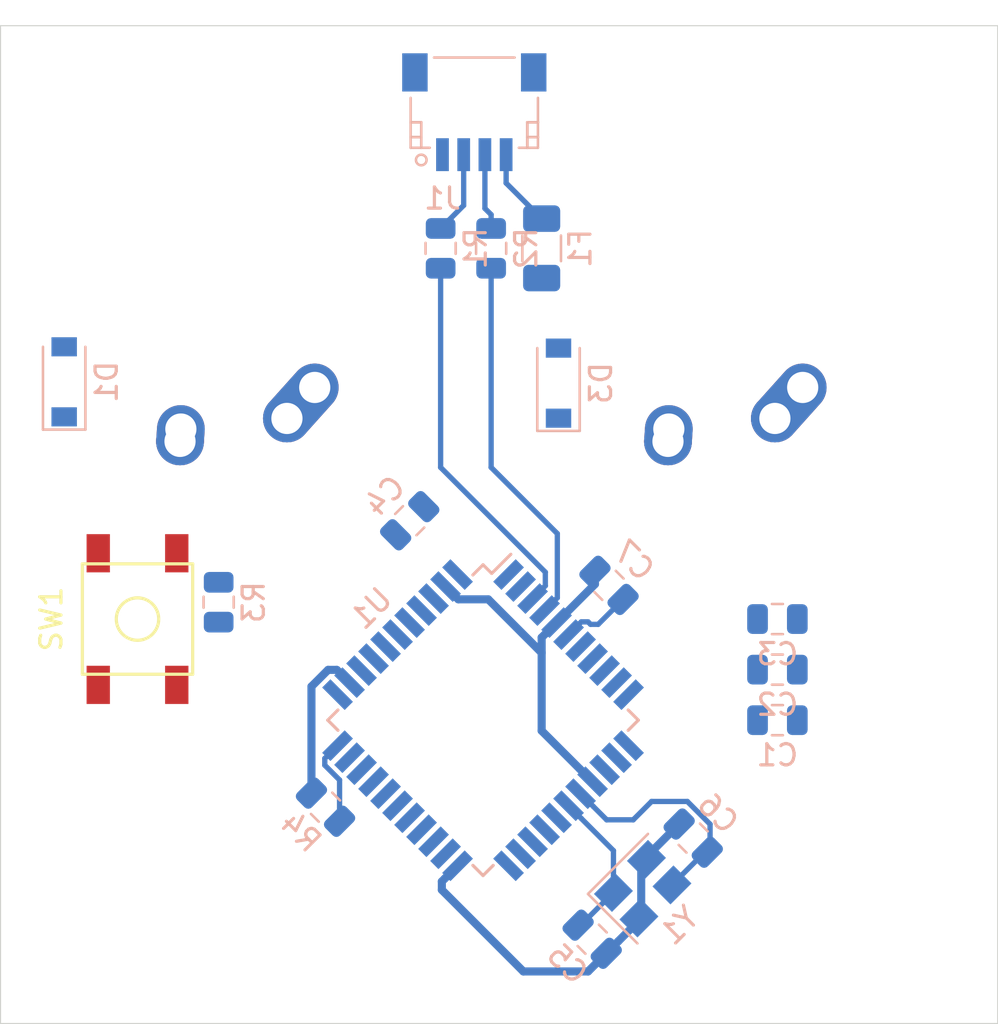
<source format=kicad_pcb>
(kicad_pcb (version 20171130) (host pcbnew "(5.1.4)-1")

  (general
    (thickness 1.6)
    (drawings 4)
    (tracks 61)
    (zones 0)
    (modules 20)
    (nets 44)
  )

  (page A4)
  (layers
    (0 F.Cu signal)
    (31 B.Cu signal)
    (32 B.Adhes user)
    (33 F.Adhes user)
    (34 B.Paste user)
    (35 F.Paste user)
    (36 B.SilkS user)
    (37 F.SilkS user)
    (38 B.Mask user)
    (39 F.Mask user)
    (40 Dwgs.User user)
    (41 Cmts.User user)
    (42 Eco1.User user)
    (43 Eco2.User user)
    (44 Edge.Cuts user)
    (45 Margin user)
    (46 B.CrtYd user)
    (47 F.CrtYd user)
    (48 B.Fab user)
    (49 F.Fab user)
  )

  (setup
    (last_trace_width 0.25)
    (trace_clearance 0.2)
    (zone_clearance 0.508)
    (zone_45_only no)
    (trace_min 0.2)
    (via_size 0.8)
    (via_drill 0.4)
    (via_min_size 0.4)
    (via_min_drill 0.3)
    (uvia_size 0.3)
    (uvia_drill 0.1)
    (uvias_allowed no)
    (uvia_min_size 0.2)
    (uvia_min_drill 0.1)
    (edge_width 0.05)
    (segment_width 0.2)
    (pcb_text_width 0.3)
    (pcb_text_size 1.5 1.5)
    (mod_edge_width 0.12)
    (mod_text_size 1 1)
    (mod_text_width 0.15)
    (pad_size 1.524 1.524)
    (pad_drill 0.762)
    (pad_to_mask_clearance 0.051)
    (solder_mask_min_width 0.25)
    (aux_axis_origin 0 0)
    (visible_elements 7FFFFFFF)
    (pcbplotparams
      (layerselection 0x010fc_ffffffff)
      (usegerberextensions false)
      (usegerberattributes false)
      (usegerberadvancedattributes false)
      (creategerberjobfile false)
      (excludeedgelayer true)
      (linewidth 0.100000)
      (plotframeref false)
      (viasonmask false)
      (mode 1)
      (useauxorigin false)
      (hpglpennumber 1)
      (hpglpenspeed 20)
      (hpglpendiameter 15.000000)
      (psnegative false)
      (psa4output false)
      (plotreference true)
      (plotvalue true)
      (plotinvisibletext false)
      (padsonsilk false)
      (subtractmaskfromsilk false)
      (outputformat 1)
      (mirror false)
      (drillshape 1)
      (scaleselection 1)
      (outputdirectory ""))
  )

  (net 0 "")
  (net 1 GND)
  (net 2 +5V)
  (net 3 "Net-(C5-Pad1)")
  (net 4 "Net-(C6-Pad1)")
  (net 5 "Net-(C7-Pad1)")
  (net 6 "Net-(D1-Pad2)")
  (net 7 ROW0)
  (net 8 "Net-(D3-Pad2)")
  (net 9 VCC)
  (net 10 COL0)
  (net 11 COL1)
  (net 12 "Net-(R1-Pad1)")
  (net 13 "Net-(R2-Pad1)")
  (net 14 "Net-(R3-Pad2)")
  (net 15 "Net-(R4-Pad2)")
  (net 16 "Net-(U1-Pad42)")
  (net 17 "Net-(U1-Pad41)")
  (net 18 "Net-(U1-Pad40)")
  (net 19 "Net-(U1-Pad39)")
  (net 20 "Net-(U1-Pad38)")
  (net 21 "Net-(U1-Pad37)")
  (net 22 "Net-(U1-Pad36)")
  (net 23 "Net-(U1-Pad32)")
  (net 24 "Net-(U1-Pad31)")
  (net 25 "Net-(U1-Pad30)")
  (net 26 "Net-(U1-Pad29)")
  (net 27 "Net-(U1-Pad28)")
  (net 28 "Net-(U1-Pad27)")
  (net 29 "Net-(U1-Pad26)")
  (net 30 "Net-(U1-Pad25)")
  (net 31 "Net-(U1-Pad22)")
  (net 32 "Net-(U1-Pad21)")
  (net 33 "Net-(U1-Pad20)")
  (net 34 "Net-(U1-Pad19)")
  (net 35 "Net-(U1-Pad18)")
  (net 36 "Net-(U1-Pad12)")
  (net 37 "Net-(U1-Pad11)")
  (net 38 "Net-(U1-Pad10)")
  (net 39 "Net-(U1-Pad9)")
  (net 40 "Net-(U1-Pad8)")
  (net 41 "Net-(U1-Pad1)")
  (net 42 "Net-(J1-Pad3)")
  (net 43 "Net-(J1-Pad2)")

  (net_class Default "Ceci est la Netclass par défaut."
    (clearance 0.2)
    (trace_width 0.25)
    (via_dia 0.8)
    (via_drill 0.4)
    (uvia_dia 0.3)
    (uvia_drill 0.1)
    (add_net COL0)
    (add_net COL1)
    (add_net "Net-(C5-Pad1)")
    (add_net "Net-(C6-Pad1)")
    (add_net "Net-(C7-Pad1)")
    (add_net "Net-(D1-Pad2)")
    (add_net "Net-(D3-Pad2)")
    (add_net "Net-(J1-Pad2)")
    (add_net "Net-(J1-Pad3)")
    (add_net "Net-(R1-Pad1)")
    (add_net "Net-(R2-Pad1)")
    (add_net "Net-(R3-Pad2)")
    (add_net "Net-(R4-Pad2)")
    (add_net "Net-(U1-Pad1)")
    (add_net "Net-(U1-Pad10)")
    (add_net "Net-(U1-Pad11)")
    (add_net "Net-(U1-Pad12)")
    (add_net "Net-(U1-Pad18)")
    (add_net "Net-(U1-Pad19)")
    (add_net "Net-(U1-Pad20)")
    (add_net "Net-(U1-Pad21)")
    (add_net "Net-(U1-Pad22)")
    (add_net "Net-(U1-Pad25)")
    (add_net "Net-(U1-Pad26)")
    (add_net "Net-(U1-Pad27)")
    (add_net "Net-(U1-Pad28)")
    (add_net "Net-(U1-Pad29)")
    (add_net "Net-(U1-Pad30)")
    (add_net "Net-(U1-Pad31)")
    (add_net "Net-(U1-Pad32)")
    (add_net "Net-(U1-Pad36)")
    (add_net "Net-(U1-Pad37)")
    (add_net "Net-(U1-Pad38)")
    (add_net "Net-(U1-Pad39)")
    (add_net "Net-(U1-Pad40)")
    (add_net "Net-(U1-Pad41)")
    (add_net "Net-(U1-Pad42)")
    (add_net "Net-(U1-Pad8)")
    (add_net "Net-(U1-Pad9)")
    (add_net ROW0)
    (add_net VCC)
  )

  (net_class Power ""
    (clearance 0.2)
    (trace_width 0.381)
    (via_dia 0.8)
    (via_drill 0.4)
    (uvia_dia 0.3)
    (uvia_drill 0.1)
    (add_net +5V)
    (add_net GND)
  )

  (module Connectors_JST:JST_SH_SM04B-SRSS-TB_04x1.00mm_Angled (layer B.Cu) (tedit 56B07436) (tstamp 63E03245)
    (at 237.33125 84.1375)
    (descr http://www.jst-mfg.com/product/pdf/eng/eSH.pdf)
    (tags "connector jst sh")
    (path /63ECD72E)
    (attr smd)
    (fp_text reference J1 (at -1.5 4) (layer B.SilkS)
      (effects (font (size 1 1) (thickness 0.15)) (justify mirror))
    )
    (fp_text value Conn_01x04_Female (at 0 -4.5) (layer B.Fab)
      (effects (font (size 1 1) (thickness 0.15)) (justify mirror))
    )
    (fp_line (start 3.9 -3.35) (end -3.9 -3.35) (layer B.CrtYd) (width 0.05))
    (fp_line (start 3.9 3.25) (end 3.9 -3.35) (layer B.CrtYd) (width 0.05))
    (fp_line (start -3.9 3.25) (end 3.9 3.25) (layer B.CrtYd) (width 0.05))
    (fp_line (start -3.9 -3.35) (end -3.9 3.25) (layer B.CrtYd) (width 0.05))
    (fp_line (start 3 0.4125) (end 2.5 0.4125) (layer B.SilkS) (width 0.12))
    (fp_line (start 3 0.4125) (end 3 0.4125) (layer B.SilkS) (width 0.12))
    (fp_line (start 2.5 0.4125) (end 3 0.4125) (layer B.SilkS) (width 0.12))
    (fp_line (start 2.5 0.4125) (end 2.5 0.4125) (layer B.SilkS) (width 0.12))
    (fp_line (start 3 1.1125) (end 2.5 1.1125) (layer B.SilkS) (width 0.12))
    (fp_line (start 3 1.1125) (end 3 1.1125) (layer B.SilkS) (width 0.12))
    (fp_line (start 2.5 1.1125) (end 3 1.1125) (layer B.SilkS) (width 0.12))
    (fp_line (start 2.5 1.1125) (end 2.5 1.1125) (layer B.SilkS) (width 0.12))
    (fp_line (start 2.5 1.6125) (end 2.5 1.6125) (layer B.SilkS) (width 0.12))
    (fp_line (start 2.5 0.4125) (end 2.5 1.6125) (layer B.SilkS) (width 0.12))
    (fp_line (start 2.5 0.4125) (end 2.5 0.4125) (layer B.SilkS) (width 0.12))
    (fp_line (start 2.5 1.6125) (end 2.5 0.4125) (layer B.SilkS) (width 0.12))
    (fp_line (start 3 1.6125) (end 2.1 1.6125) (layer B.SilkS) (width 0.12))
    (fp_line (start 3 -0.7375) (end 3 1.6125) (layer B.SilkS) (width 0.12))
    (fp_line (start -3 0.4125) (end -2.5 0.4125) (layer B.SilkS) (width 0.12))
    (fp_line (start -3 0.4125) (end -3 0.4125) (layer B.SilkS) (width 0.12))
    (fp_line (start -2.5 0.4125) (end -3 0.4125) (layer B.SilkS) (width 0.12))
    (fp_line (start -2.5 0.4125) (end -2.5 0.4125) (layer B.SilkS) (width 0.12))
    (fp_line (start -3 1.1125) (end -2.5 1.1125) (layer B.SilkS) (width 0.12))
    (fp_line (start -3 1.1125) (end -3 1.1125) (layer B.SilkS) (width 0.12))
    (fp_line (start -2.5 1.1125) (end -3 1.1125) (layer B.SilkS) (width 0.12))
    (fp_line (start -2.5 1.1125) (end -2.5 1.1125) (layer B.SilkS) (width 0.12))
    (fp_line (start -2.5 1.6125) (end -2.5 1.6125) (layer B.SilkS) (width 0.12))
    (fp_line (start -2.5 0.4125) (end -2.5 1.6125) (layer B.SilkS) (width 0.12))
    (fp_line (start -2.5 0.4125) (end -2.5 0.4125) (layer B.SilkS) (width 0.12))
    (fp_line (start -2.5 1.6125) (end -2.5 0.4125) (layer B.SilkS) (width 0.12))
    (fp_line (start -3 1.6125) (end -2.1 1.6125) (layer B.SilkS) (width 0.12))
    (fp_line (start -3 -0.7375) (end -3 1.6125) (layer B.SilkS) (width 0.12))
    (fp_line (start -1.9 -2.6375) (end 1.9 -2.6375) (layer B.SilkS) (width 0.12))
    (fp_circle (center -2.5 2.1875) (end -2.25 2.1875) (layer B.SilkS) (width 0.12))
    (pad "" smd rect (at 2.8 -1.9375) (size 1.2 1.8) (layers B.Cu B.Paste B.Mask))
    (pad "" smd rect (at -2.8 -1.9375) (size 1.2 1.8) (layers B.Cu B.Paste B.Mask))
    (pad 4 smd rect (at 1.5 1.9375) (size 0.6 1.55) (layers B.Cu B.Paste B.Mask)
      (net 9 VCC))
    (pad 3 smd rect (at 0.5 1.9375) (size 0.6 1.55) (layers B.Cu B.Paste B.Mask)
      (net 42 "Net-(J1-Pad3)"))
    (pad 2 smd rect (at -0.5 1.9375) (size 0.6 1.55) (layers B.Cu B.Paste B.Mask)
      (net 43 "Net-(J1-Pad2)"))
    (pad 1 smd rect (at -1.5 1.9375) (size 0.6 1.55) (layers B.Cu B.Paste B.Mask)
      (net 1 GND))
  )

  (module Crystal:Crystal_SMD_3225-4Pin_3.2x2.5mm (layer B.Cu) (tedit 5A0FD1B2) (tstamp 63E05FDF)
    (at 245.26875 120.65 45)
    (descr "SMD Crystal SERIES SMD3225/4 http://www.txccrystal.com/images/pdf/7m-accuracy.pdf, 3.2x2.5mm^2 package")
    (tags "SMD SMT crystal")
    (path /63E23BFD)
    (attr smd)
    (fp_text reference Y1 (at 0 2.45 45) (layer B.SilkS)
      (effects (font (size 1 1) (thickness 0.15)) (justify mirror))
    )
    (fp_text value Crystal_GND24_Small (at 0 -2.45 45) (layer B.Fab)
      (effects (font (size 1 1) (thickness 0.15)) (justify mirror))
    )
    (fp_line (start 2.1 1.7) (end -2.1 1.7) (layer B.CrtYd) (width 0.05))
    (fp_line (start 2.1 -1.7) (end 2.1 1.7) (layer B.CrtYd) (width 0.05))
    (fp_line (start -2.1 -1.7) (end 2.1 -1.7) (layer B.CrtYd) (width 0.05))
    (fp_line (start -2.1 1.7) (end -2.1 -1.7) (layer B.CrtYd) (width 0.05))
    (fp_line (start -2 -1.65) (end 2 -1.65) (layer B.SilkS) (width 0.12))
    (fp_line (start -2 1.65) (end -2 -1.65) (layer B.SilkS) (width 0.12))
    (fp_line (start -1.6 -0.25) (end -0.6 -1.25) (layer B.Fab) (width 0.1))
    (fp_line (start 1.6 1.25) (end -1.6 1.25) (layer B.Fab) (width 0.1))
    (fp_line (start 1.6 -1.25) (end 1.6 1.25) (layer B.Fab) (width 0.1))
    (fp_line (start -1.6 -1.25) (end 1.6 -1.25) (layer B.Fab) (width 0.1))
    (fp_line (start -1.6 1.25) (end -1.6 -1.25) (layer B.Fab) (width 0.1))
    (fp_text user %R (at 0 0 45) (layer B.Fab)
      (effects (font (size 0.7 0.7) (thickness 0.105)) (justify mirror))
    )
    (pad 4 smd rect (at -1.1 0.85 45) (size 1.4 1.2) (layers B.Cu B.Paste B.Mask)
      (net 1 GND))
    (pad 3 smd rect (at 1.1 0.85 45) (size 1.4 1.2) (layers B.Cu B.Paste B.Mask)
      (net 4 "Net-(C6-Pad1)"))
    (pad 2 smd rect (at 1.1 -0.85 45) (size 1.4 1.2) (layers B.Cu B.Paste B.Mask)
      (net 1 GND))
    (pad 1 smd rect (at -1.1 -0.85 45) (size 1.4 1.2) (layers B.Cu B.Paste B.Mask)
      (net 3 "Net-(C5-Pad1)"))
    (model ${KISYS3DMOD}/Crystal.3dshapes/Crystal_SMD_3225-4Pin_3.2x2.5mm.wrl
      (at (xyz 0 0 0))
      (scale (xyz 1 1 1))
      (rotate (xyz 0 0 0))
    )
  )

  (module Package_QFP:TQFP-44_10x10mm_P0.8mm (layer B.Cu) (tedit 5A02F146) (tstamp 63DFB583)
    (at 237.744 112.7125 225)
    (descr "44-Lead Plastic Thin Quad Flatpack (PT) - 10x10x1.0 mm Body [TQFP] (see Microchip Packaging Specification 00000049BS.pdf)")
    (tags "QFP 0.8")
    (path /63DFA3BE)
    (attr smd)
    (fp_text reference U1 (at 0 7.45 45) (layer B.SilkS)
      (effects (font (size 1 1) (thickness 0.15)) (justify mirror))
    )
    (fp_text value ATmega32U4-AU (at 0 -7.45 45) (layer B.Fab)
      (effects (font (size 1 1) (thickness 0.15)) (justify mirror))
    )
    (fp_line (start -5.175 4.6) (end -6.45 4.6) (layer B.SilkS) (width 0.15))
    (fp_line (start 5.175 5.175) (end 4.5 5.175) (layer B.SilkS) (width 0.15))
    (fp_line (start 5.175 -5.175) (end 4.5 -5.175) (layer B.SilkS) (width 0.15))
    (fp_line (start -5.175 -5.175) (end -4.5 -5.175) (layer B.SilkS) (width 0.15))
    (fp_line (start -5.175 5.175) (end -4.5 5.175) (layer B.SilkS) (width 0.15))
    (fp_line (start -5.175 -5.175) (end -5.175 -4.5) (layer B.SilkS) (width 0.15))
    (fp_line (start 5.175 -5.175) (end 5.175 -4.5) (layer B.SilkS) (width 0.15))
    (fp_line (start 5.175 5.175) (end 5.175 4.5) (layer B.SilkS) (width 0.15))
    (fp_line (start -5.175 5.175) (end -5.175 4.6) (layer B.SilkS) (width 0.15))
    (fp_line (start -6.7 -6.7) (end 6.7 -6.7) (layer B.CrtYd) (width 0.05))
    (fp_line (start -6.7 6.7) (end 6.7 6.7) (layer B.CrtYd) (width 0.05))
    (fp_line (start 6.7 6.7) (end 6.7 -6.7) (layer B.CrtYd) (width 0.05))
    (fp_line (start -6.7 6.7) (end -6.7 -6.7) (layer B.CrtYd) (width 0.05))
    (fp_line (start -5 4) (end -4 5) (layer B.Fab) (width 0.15))
    (fp_line (start -5 -5) (end -5 4) (layer B.Fab) (width 0.15))
    (fp_line (start 5 -5) (end -5 -5) (layer B.Fab) (width 0.15))
    (fp_line (start 5 5) (end 5 -5) (layer B.Fab) (width 0.15))
    (fp_line (start -4 5) (end 5 5) (layer B.Fab) (width 0.15))
    (fp_text user %R (at 0.118999 -0.513999 45) (layer B.Fab)
      (effects (font (size 1 1) (thickness 0.15)) (justify mirror))
    )
    (pad 44 smd rect (at -4 5.7 135) (size 1.5 0.55) (layers B.Cu B.Paste B.Mask)
      (net 2 +5V))
    (pad 43 smd rect (at -3.2 5.7 135) (size 1.5 0.55) (layers B.Cu B.Paste B.Mask)
      (net 1 GND))
    (pad 42 smd rect (at -2.4 5.7 135) (size 1.5 0.55) (layers B.Cu B.Paste B.Mask)
      (net 16 "Net-(U1-Pad42)"))
    (pad 41 smd rect (at -1.6 5.7 135) (size 1.5 0.55) (layers B.Cu B.Paste B.Mask)
      (net 17 "Net-(U1-Pad41)"))
    (pad 40 smd rect (at -0.8 5.7 135) (size 1.5 0.55) (layers B.Cu B.Paste B.Mask)
      (net 18 "Net-(U1-Pad40)"))
    (pad 39 smd rect (at 0 5.7 135) (size 1.5 0.55) (layers B.Cu B.Paste B.Mask)
      (net 19 "Net-(U1-Pad39)"))
    (pad 38 smd rect (at 0.8 5.7 135) (size 1.5 0.55) (layers B.Cu B.Paste B.Mask)
      (net 20 "Net-(U1-Pad38)"))
    (pad 37 smd rect (at 1.6 5.7 135) (size 1.5 0.55) (layers B.Cu B.Paste B.Mask)
      (net 21 "Net-(U1-Pad37)"))
    (pad 36 smd rect (at 2.4 5.7 135) (size 1.5 0.55) (layers B.Cu B.Paste B.Mask)
      (net 22 "Net-(U1-Pad36)"))
    (pad 35 smd rect (at 3.2 5.7 135) (size 1.5 0.55) (layers B.Cu B.Paste B.Mask)
      (net 1 GND))
    (pad 34 smd rect (at 4 5.7 135) (size 1.5 0.55) (layers B.Cu B.Paste B.Mask)
      (net 2 +5V))
    (pad 33 smd rect (at 5.7 4 225) (size 1.5 0.55) (layers B.Cu B.Paste B.Mask)
      (net 15 "Net-(R4-Pad2)"))
    (pad 32 smd rect (at 5.7 3.2 225) (size 1.5 0.55) (layers B.Cu B.Paste B.Mask)
      (net 23 "Net-(U1-Pad32)"))
    (pad 31 smd rect (at 5.7 2.4 225) (size 1.5 0.55) (layers B.Cu B.Paste B.Mask)
      (net 24 "Net-(U1-Pad31)"))
    (pad 30 smd rect (at 5.7 1.6 225) (size 1.5 0.55) (layers B.Cu B.Paste B.Mask)
      (net 25 "Net-(U1-Pad30)"))
    (pad 29 smd rect (at 5.7 0.8 225) (size 1.5 0.55) (layers B.Cu B.Paste B.Mask)
      (net 26 "Net-(U1-Pad29)"))
    (pad 28 smd rect (at 5.7 0 225) (size 1.5 0.55) (layers B.Cu B.Paste B.Mask)
      (net 27 "Net-(U1-Pad28)"))
    (pad 27 smd rect (at 5.7 -0.8 225) (size 1.5 0.55) (layers B.Cu B.Paste B.Mask)
      (net 28 "Net-(U1-Pad27)"))
    (pad 26 smd rect (at 5.7 -1.6 225) (size 1.5 0.55) (layers B.Cu B.Paste B.Mask)
      (net 29 "Net-(U1-Pad26)"))
    (pad 25 smd rect (at 5.7 -2.4 225) (size 1.5 0.55) (layers B.Cu B.Paste B.Mask)
      (net 30 "Net-(U1-Pad25)"))
    (pad 24 smd rect (at 5.7 -3.2 225) (size 1.5 0.55) (layers B.Cu B.Paste B.Mask)
      (net 2 +5V))
    (pad 23 smd rect (at 5.7 -4 225) (size 1.5 0.55) (layers B.Cu B.Paste B.Mask)
      (net 1 GND))
    (pad 22 smd rect (at 4 -5.7 135) (size 1.5 0.55) (layers B.Cu B.Paste B.Mask)
      (net 31 "Net-(U1-Pad22)"))
    (pad 21 smd rect (at 3.2 -5.7 135) (size 1.5 0.55) (layers B.Cu B.Paste B.Mask)
      (net 32 "Net-(U1-Pad21)"))
    (pad 20 smd rect (at 2.4 -5.7 135) (size 1.5 0.55) (layers B.Cu B.Paste B.Mask)
      (net 33 "Net-(U1-Pad20)"))
    (pad 19 smd rect (at 1.6 -5.7 135) (size 1.5 0.55) (layers B.Cu B.Paste B.Mask)
      (net 34 "Net-(U1-Pad19)"))
    (pad 18 smd rect (at 0.8 -5.7 135) (size 1.5 0.55) (layers B.Cu B.Paste B.Mask)
      (net 35 "Net-(U1-Pad18)"))
    (pad 17 smd rect (at 0 -5.7 135) (size 1.5 0.55) (layers B.Cu B.Paste B.Mask)
      (net 3 "Net-(C5-Pad1)"))
    (pad 16 smd rect (at -0.8 -5.7 135) (size 1.5 0.55) (layers B.Cu B.Paste B.Mask)
      (net 4 "Net-(C6-Pad1)"))
    (pad 15 smd rect (at -1.6 -5.7 135) (size 1.5 0.55) (layers B.Cu B.Paste B.Mask)
      (net 1 GND))
    (pad 14 smd rect (at -2.4 -5.7 135) (size 1.5 0.55) (layers B.Cu B.Paste B.Mask)
      (net 2 +5V))
    (pad 13 smd rect (at -3.2 -5.7 135) (size 1.5 0.55) (layers B.Cu B.Paste B.Mask)
      (net 14 "Net-(R3-Pad2)"))
    (pad 12 smd rect (at -4 -5.7 135) (size 1.5 0.55) (layers B.Cu B.Paste B.Mask)
      (net 36 "Net-(U1-Pad12)"))
    (pad 11 smd rect (at -5.7 -4 225) (size 1.5 0.55) (layers B.Cu B.Paste B.Mask)
      (net 37 "Net-(U1-Pad11)"))
    (pad 10 smd rect (at -5.7 -3.2 225) (size 1.5 0.55) (layers B.Cu B.Paste B.Mask)
      (net 38 "Net-(U1-Pad10)"))
    (pad 9 smd rect (at -5.7 -2.4 225) (size 1.5 0.55) (layers B.Cu B.Paste B.Mask)
      (net 39 "Net-(U1-Pad9)"))
    (pad 8 smd rect (at -5.7 -1.6 225) (size 1.5 0.55) (layers B.Cu B.Paste B.Mask)
      (net 40 "Net-(U1-Pad8)"))
    (pad 7 smd rect (at -5.7 -0.8 225) (size 1.5 0.55) (layers B.Cu B.Paste B.Mask)
      (net 2 +5V))
    (pad 6 smd rect (at -5.7 0 225) (size 1.5 0.55) (layers B.Cu B.Paste B.Mask)
      (net 5 "Net-(C7-Pad1)"))
    (pad 5 smd rect (at -5.7 0.8 225) (size 1.5 0.55) (layers B.Cu B.Paste B.Mask)
      (net 1 GND))
    (pad 4 smd rect (at -5.7 1.6 225) (size 1.5 0.55) (layers B.Cu B.Paste B.Mask)
      (net 13 "Net-(R2-Pad1)"))
    (pad 3 smd rect (at -5.7 2.4 225) (size 1.5 0.55) (layers B.Cu B.Paste B.Mask)
      (net 12 "Net-(R1-Pad1)"))
    (pad 2 smd rect (at -5.7 3.2 225) (size 1.5 0.55) (layers B.Cu B.Paste B.Mask)
      (net 2 +5V))
    (pad 1 smd rect (at -5.7 4 225) (size 1.5 0.55) (layers B.Cu B.Paste B.Mask)
      (net 41 "Net-(U1-Pad1)"))
    (model ${KISYS3DMOD}/Package_QFP.3dshapes/TQFP-44_10x10mm_P0.8mm.wrl
      (at (xyz 0 0 0))
      (scale (xyz 1 1 1))
      (rotate (xyz 0 0 0))
    )
  )

  (module random-keyboard-parts:SKQG-1155865 (layer F.Cu) (tedit 5E62B398) (tstamp 63DFB540)
    (at 221.45625 107.95 270)
    (path /63E3077A)
    (attr smd)
    (fp_text reference SW1 (at 0 4.064 90) (layer F.SilkS)
      (effects (font (size 1 1) (thickness 0.15)))
    )
    (fp_text value SW_Push (at 0 -4.064 90) (layer F.Fab)
      (effects (font (size 1 1) (thickness 0.15)))
    )
    (fp_line (start -2.6 -2.6) (end 2.6 -2.6) (layer F.SilkS) (width 0.15))
    (fp_line (start 2.6 -2.6) (end 2.6 2.6) (layer F.SilkS) (width 0.15))
    (fp_line (start 2.6 2.6) (end -2.6 2.6) (layer F.SilkS) (width 0.15))
    (fp_line (start -2.6 2.6) (end -2.6 -2.6) (layer F.SilkS) (width 0.15))
    (fp_circle (center 0 0) (end 1 0) (layer F.SilkS) (width 0.15))
    (fp_line (start -4.2 -2.6) (end 4.2 -2.6) (layer F.Fab) (width 0.15))
    (fp_line (start 4.2 -2.6) (end 4.2 -1.2) (layer F.Fab) (width 0.15))
    (fp_line (start 4.2 -1.1) (end 2.6 -1.1) (layer F.Fab) (width 0.15))
    (fp_line (start 2.6 -1.1) (end 2.6 1.1) (layer F.Fab) (width 0.15))
    (fp_line (start 2.6 1.1) (end 4.2 1.1) (layer F.Fab) (width 0.15))
    (fp_line (start 4.2 1.1) (end 4.2 2.6) (layer F.Fab) (width 0.15))
    (fp_line (start 4.2 2.6) (end -4.2 2.6) (layer F.Fab) (width 0.15))
    (fp_line (start -4.2 2.6) (end -4.2 1.1) (layer F.Fab) (width 0.15))
    (fp_line (start -4.2 1.1) (end -2.6 1.1) (layer F.Fab) (width 0.15))
    (fp_line (start -2.6 1.1) (end -2.6 -1.1) (layer F.Fab) (width 0.15))
    (fp_line (start -2.6 -1.1) (end -4.2 -1.1) (layer F.Fab) (width 0.15))
    (fp_line (start -4.2 -1.1) (end -4.2 -2.6) (layer F.Fab) (width 0.15))
    (fp_circle (center 0 0) (end 1 0) (layer F.Fab) (width 0.15))
    (fp_line (start -2.6 -1.1) (end -1.1 -2.6) (layer F.Fab) (width 0.15))
    (fp_line (start 2.6 -1.1) (end 1.1 -2.6) (layer F.Fab) (width 0.15))
    (fp_line (start 2.6 1.1) (end 1.1 2.6) (layer F.Fab) (width 0.15))
    (fp_line (start -2.6 1.1) (end -1.1 2.6) (layer F.Fab) (width 0.15))
    (pad 4 smd rect (at -3.1 1.85 270) (size 1.8 1.1) (layers F.Cu F.Paste F.Mask))
    (pad 3 smd rect (at 3.1 -1.85 270) (size 1.8 1.1) (layers F.Cu F.Paste F.Mask))
    (pad 2 smd rect (at -3.1 -1.85 270) (size 1.8 1.1) (layers F.Cu F.Paste F.Mask)
      (net 14 "Net-(R3-Pad2)"))
    (pad 1 smd rect (at 3.1 1.85 270) (size 1.8 1.1) (layers F.Cu F.Paste F.Mask)
      (net 1 GND))
    (model ${KISYS3DMOD}/Button_Switch_SMD.3dshapes/SW_SPST_TL3342.step
      (at (xyz 0 0 0))
      (scale (xyz 1 1 1))
      (rotate (xyz 0 0 0))
    )
  )

  (module Resistor_SMD:R_0805_2012Metric (layer B.Cu) (tedit 5B36C52B) (tstamp 63DFB522)
    (at 230.318337 116.812087 315)
    (descr "Resistor SMD 0805 (2012 Metric), square (rectangular) end terminal, IPC_7351 nominal, (Body size source: https://docs.google.com/spreadsheets/d/1BsfQQcO9C6DZCsRaXUlFlo91Tg2WpOkGARC1WS5S8t0/edit?usp=sharing), generated with kicad-footprint-generator")
    (tags resistor)
    (path /63E0B64E)
    (attr smd)
    (fp_text reference R4 (at 0 1.65 135) (layer B.SilkS)
      (effects (font (size 1 1) (thickness 0.15)) (justify mirror))
    )
    (fp_text value 10k (at 0 -1.65 135) (layer B.Fab)
      (effects (font (size 1 1) (thickness 0.15)) (justify mirror))
    )
    (fp_text user %R (at 0 0 135) (layer B.Fab)
      (effects (font (size 0.5 0.5) (thickness 0.08)) (justify mirror))
    )
    (fp_line (start 1.68 -0.95) (end -1.68 -0.95) (layer B.CrtYd) (width 0.05))
    (fp_line (start 1.68 0.95) (end 1.68 -0.95) (layer B.CrtYd) (width 0.05))
    (fp_line (start -1.68 0.95) (end 1.68 0.95) (layer B.CrtYd) (width 0.05))
    (fp_line (start -1.68 -0.95) (end -1.68 0.95) (layer B.CrtYd) (width 0.05))
    (fp_line (start -0.258578 -0.71) (end 0.258578 -0.71) (layer B.SilkS) (width 0.12))
    (fp_line (start -0.258578 0.71) (end 0.258578 0.71) (layer B.SilkS) (width 0.12))
    (fp_line (start 1 -0.6) (end -1 -0.6) (layer B.Fab) (width 0.1))
    (fp_line (start 1 0.6) (end 1 -0.6) (layer B.Fab) (width 0.1))
    (fp_line (start -1 0.6) (end 1 0.6) (layer B.Fab) (width 0.1))
    (fp_line (start -1 -0.6) (end -1 0.6) (layer B.Fab) (width 0.1))
    (pad 2 smd roundrect (at 0.9375 0 315) (size 0.975 1.4) (layers B.Cu B.Paste B.Mask) (roundrect_rratio 0.25)
      (net 15 "Net-(R4-Pad2)"))
    (pad 1 smd roundrect (at -0.9375 0 315) (size 0.975 1.4) (layers B.Cu B.Paste B.Mask) (roundrect_rratio 0.25)
      (net 1 GND))
    (model ${KISYS3DMOD}/Resistor_SMD.3dshapes/R_0805_2012Metric.wrl
      (at (xyz 0 0 0))
      (scale (xyz 1 1 1))
      (rotate (xyz 0 0 0))
    )
  )

  (module Resistor_SMD:R_0805_2012Metric (layer B.Cu) (tedit 5B36C52B) (tstamp 63DFB511)
    (at 225.28125 107.15625 90)
    (descr "Resistor SMD 0805 (2012 Metric), square (rectangular) end terminal, IPC_7351 nominal, (Body size source: https://docs.google.com/spreadsheets/d/1BsfQQcO9C6DZCsRaXUlFlo91Tg2WpOkGARC1WS5S8t0/edit?usp=sharing), generated with kicad-footprint-generator")
    (tags resistor)
    (path /63E32FCC)
    (attr smd)
    (fp_text reference R3 (at 0 1.65 90) (layer B.SilkS)
      (effects (font (size 1 1) (thickness 0.15)) (justify mirror))
    )
    (fp_text value 10k (at 0 -1.65 90) (layer B.Fab)
      (effects (font (size 1 1) (thickness 0.15)) (justify mirror))
    )
    (fp_text user %R (at 0 0 90) (layer B.Fab)
      (effects (font (size 0.5 0.5) (thickness 0.08)) (justify mirror))
    )
    (fp_line (start 1.68 -0.95) (end -1.68 -0.95) (layer B.CrtYd) (width 0.05))
    (fp_line (start 1.68 0.95) (end 1.68 -0.95) (layer B.CrtYd) (width 0.05))
    (fp_line (start -1.68 0.95) (end 1.68 0.95) (layer B.CrtYd) (width 0.05))
    (fp_line (start -1.68 -0.95) (end -1.68 0.95) (layer B.CrtYd) (width 0.05))
    (fp_line (start -0.258578 -0.71) (end 0.258578 -0.71) (layer B.SilkS) (width 0.12))
    (fp_line (start -0.258578 0.71) (end 0.258578 0.71) (layer B.SilkS) (width 0.12))
    (fp_line (start 1 -0.6) (end -1 -0.6) (layer B.Fab) (width 0.1))
    (fp_line (start 1 0.6) (end 1 -0.6) (layer B.Fab) (width 0.1))
    (fp_line (start -1 0.6) (end 1 0.6) (layer B.Fab) (width 0.1))
    (fp_line (start -1 -0.6) (end -1 0.6) (layer B.Fab) (width 0.1))
    (pad 2 smd roundrect (at 0.9375 0 90) (size 0.975 1.4) (layers B.Cu B.Paste B.Mask) (roundrect_rratio 0.25)
      (net 14 "Net-(R3-Pad2)"))
    (pad 1 smd roundrect (at -0.9375 0 90) (size 0.975 1.4) (layers B.Cu B.Paste B.Mask) (roundrect_rratio 0.25)
      (net 2 +5V))
    (model ${KISYS3DMOD}/Resistor_SMD.3dshapes/R_0805_2012Metric.wrl
      (at (xyz 0 0 0))
      (scale (xyz 1 1 1))
      (rotate (xyz 0 0 0))
    )
  )

  (module Resistor_SMD:R_0805_2012Metric (layer B.Cu) (tedit 5B36C52B) (tstamp 63DFB500)
    (at 238.125 90.4875 90)
    (descr "Resistor SMD 0805 (2012 Metric), square (rectangular) end terminal, IPC_7351 nominal, (Body size source: https://docs.google.com/spreadsheets/d/1BsfQQcO9C6DZCsRaXUlFlo91Tg2WpOkGARC1WS5S8t0/edit?usp=sharing), generated with kicad-footprint-generator")
    (tags resistor)
    (path /63E0E2B5)
    (attr smd)
    (fp_text reference R2 (at 0 1.65 270) (layer B.SilkS)
      (effects (font (size 1 1) (thickness 0.15)) (justify mirror))
    )
    (fp_text value 22 (at 0 -1.65 270) (layer B.Fab)
      (effects (font (size 1 1) (thickness 0.15)) (justify mirror))
    )
    (fp_text user %R (at 0 0 270) (layer B.Fab)
      (effects (font (size 0.5 0.5) (thickness 0.08)) (justify mirror))
    )
    (fp_line (start 1.68 -0.95) (end -1.68 -0.95) (layer B.CrtYd) (width 0.05))
    (fp_line (start 1.68 0.95) (end 1.68 -0.95) (layer B.CrtYd) (width 0.05))
    (fp_line (start -1.68 0.95) (end 1.68 0.95) (layer B.CrtYd) (width 0.05))
    (fp_line (start -1.68 -0.95) (end -1.68 0.95) (layer B.CrtYd) (width 0.05))
    (fp_line (start -0.258578 -0.71) (end 0.258578 -0.71) (layer B.SilkS) (width 0.12))
    (fp_line (start -0.258578 0.71) (end 0.258578 0.71) (layer B.SilkS) (width 0.12))
    (fp_line (start 1 -0.6) (end -1 -0.6) (layer B.Fab) (width 0.1))
    (fp_line (start 1 0.6) (end 1 -0.6) (layer B.Fab) (width 0.1))
    (fp_line (start -1 0.6) (end 1 0.6) (layer B.Fab) (width 0.1))
    (fp_line (start -1 -0.6) (end -1 0.6) (layer B.Fab) (width 0.1))
    (pad 2 smd roundrect (at 0.9375 0 90) (size 0.975 1.4) (layers B.Cu B.Paste B.Mask) (roundrect_rratio 0.25)
      (net 42 "Net-(J1-Pad3)"))
    (pad 1 smd roundrect (at -0.9375 0 90) (size 0.975 1.4) (layers B.Cu B.Paste B.Mask) (roundrect_rratio 0.25)
      (net 13 "Net-(R2-Pad1)"))
    (model ${KISYS3DMOD}/Resistor_SMD.3dshapes/R_0805_2012Metric.wrl
      (at (xyz 0 0 0))
      (scale (xyz 1 1 1))
      (rotate (xyz 0 0 0))
    )
  )

  (module Resistor_SMD:R_0805_2012Metric (layer B.Cu) (tedit 5B36C52B) (tstamp 63DFB4EF)
    (at 235.74375 90.4875 90)
    (descr "Resistor SMD 0805 (2012 Metric), square (rectangular) end terminal, IPC_7351 nominal, (Body size source: https://docs.google.com/spreadsheets/d/1BsfQQcO9C6DZCsRaXUlFlo91Tg2WpOkGARC1WS5S8t0/edit?usp=sharing), generated with kicad-footprint-generator")
    (tags resistor)
    (path /63E0F81B)
    (attr smd)
    (fp_text reference R1 (at 0 1.65 270) (layer B.SilkS)
      (effects (font (size 1 1) (thickness 0.15)) (justify mirror))
    )
    (fp_text value 22 (at 0 -1.65 270) (layer B.Fab)
      (effects (font (size 1 1) (thickness 0.15)) (justify mirror))
    )
    (fp_text user %R (at 0 0 270) (layer B.Fab)
      (effects (font (size 0.5 0.5) (thickness 0.08)) (justify mirror))
    )
    (fp_line (start 1.68 -0.95) (end -1.68 -0.95) (layer B.CrtYd) (width 0.05))
    (fp_line (start 1.68 0.95) (end 1.68 -0.95) (layer B.CrtYd) (width 0.05))
    (fp_line (start -1.68 0.95) (end 1.68 0.95) (layer B.CrtYd) (width 0.05))
    (fp_line (start -1.68 -0.95) (end -1.68 0.95) (layer B.CrtYd) (width 0.05))
    (fp_line (start -0.258578 -0.71) (end 0.258578 -0.71) (layer B.SilkS) (width 0.12))
    (fp_line (start -0.258578 0.71) (end 0.258578 0.71) (layer B.SilkS) (width 0.12))
    (fp_line (start 1 -0.6) (end -1 -0.6) (layer B.Fab) (width 0.1))
    (fp_line (start 1 0.6) (end 1 -0.6) (layer B.Fab) (width 0.1))
    (fp_line (start -1 0.6) (end 1 0.6) (layer B.Fab) (width 0.1))
    (fp_line (start -1 -0.6) (end -1 0.6) (layer B.Fab) (width 0.1))
    (pad 2 smd roundrect (at 0.9375 0 90) (size 0.975 1.4) (layers B.Cu B.Paste B.Mask) (roundrect_rratio 0.25)
      (net 43 "Net-(J1-Pad2)"))
    (pad 1 smd roundrect (at -0.9375 0 90) (size 0.975 1.4) (layers B.Cu B.Paste B.Mask) (roundrect_rratio 0.25)
      (net 12 "Net-(R1-Pad1)"))
    (model ${KISYS3DMOD}/Resistor_SMD.3dshapes/R_0805_2012Metric.wrl
      (at (xyz 0 0 0))
      (scale (xyz 1 1 1))
      (rotate (xyz 0 0 0))
    )
  )

  (module MX_Alps_Hybrid:MX-1U-NoLED (layer F.Cu) (tedit 5A9F5203) (tstamp 63DFB4C7)
    (at 249 94.5 180)
    (path /63E4A1BA)
    (fp_text reference MX3 (at 0 3.175) (layer Dwgs.User)
      (effects (font (size 1 1) (thickness 0.15)))
    )
    (fp_text value MX-NoLED (at 0 -7.9375) (layer Dwgs.User)
      (effects (font (size 1 1) (thickness 0.15)))
    )
    (fp_line (start -9.525 9.525) (end -9.525 -9.525) (layer Dwgs.User) (width 0.15))
    (fp_line (start 9.525 9.525) (end -9.525 9.525) (layer Dwgs.User) (width 0.15))
    (fp_line (start 9.525 -9.525) (end 9.525 9.525) (layer Dwgs.User) (width 0.15))
    (fp_line (start -9.525 -9.525) (end 9.525 -9.525) (layer Dwgs.User) (width 0.15))
    (fp_line (start -7 -7) (end -7 -5) (layer Dwgs.User) (width 0.15))
    (fp_line (start -5 -7) (end -7 -7) (layer Dwgs.User) (width 0.15))
    (fp_line (start -7 7) (end -5 7) (layer Dwgs.User) (width 0.15))
    (fp_line (start -7 5) (end -7 7) (layer Dwgs.User) (width 0.15))
    (fp_line (start 7 7) (end 7 5) (layer Dwgs.User) (width 0.15))
    (fp_line (start 5 7) (end 7 7) (layer Dwgs.User) (width 0.15))
    (fp_line (start 7 -7) (end 7 -5) (layer Dwgs.User) (width 0.15))
    (fp_line (start 5 -7) (end 7 -7) (layer Dwgs.User) (width 0.15))
    (pad "" np_thru_hole circle (at 5.08 0 228.0996) (size 1.75 1.75) (drill 1.75) (layers *.Cu *.Mask))
    (pad "" np_thru_hole circle (at -5.08 0 228.0996) (size 1.75 1.75) (drill 1.75) (layers *.Cu *.Mask))
    (pad 1 thru_hole circle (at -2.5 -4 180) (size 2.25 2.25) (drill 1.47) (layers *.Cu B.Mask)
      (net 11 COL1))
    (pad "" np_thru_hole circle (at 0 0 180) (size 3.9878 3.9878) (drill 3.9878) (layers *.Cu *.Mask))
    (pad 1 thru_hole oval (at -3.81 -2.54 228.0996) (size 4.211556 2.25) (drill 1.47 (offset 0.980778 0)) (layers *.Cu B.Mask)
      (net 11 COL1))
    (pad 2 thru_hole circle (at 2.54 -5.08 180) (size 2.25 2.25) (drill 1.47) (layers *.Cu B.Mask)
      (net 8 "Net-(D3-Pad2)"))
    (pad 2 thru_hole oval (at 2.5 -4.5 266.0548) (size 2.831378 2.25) (drill 1.47 (offset 0.290689 0)) (layers *.Cu B.Mask)
      (net 8 "Net-(D3-Pad2)"))
  )

  (module MX_Alps_Hybrid:MX-1U-NoLED (layer F.Cu) (tedit 5A9F5203) (tstamp 63DFB499)
    (at 226 94.5 180)
    (path /63E3F8D4)
    (fp_text reference MX1 (at 0 3.175) (layer Dwgs.User)
      (effects (font (size 1 1) (thickness 0.15)))
    )
    (fp_text value MX-NoLED (at 0 -7.9375) (layer Dwgs.User)
      (effects (font (size 1 1) (thickness 0.15)))
    )
    (fp_line (start -9.525 9.525) (end -9.525 -9.525) (layer Dwgs.User) (width 0.15))
    (fp_line (start 9.525 9.525) (end -9.525 9.525) (layer Dwgs.User) (width 0.15))
    (fp_line (start 9.525 -9.525) (end 9.525 9.525) (layer Dwgs.User) (width 0.15))
    (fp_line (start -9.525 -9.525) (end 9.525 -9.525) (layer Dwgs.User) (width 0.15))
    (fp_line (start -7 -7) (end -7 -5) (layer Dwgs.User) (width 0.15))
    (fp_line (start -5 -7) (end -7 -7) (layer Dwgs.User) (width 0.15))
    (fp_line (start -7 7) (end -5 7) (layer Dwgs.User) (width 0.15))
    (fp_line (start -7 5) (end -7 7) (layer Dwgs.User) (width 0.15))
    (fp_line (start 7 7) (end 7 5) (layer Dwgs.User) (width 0.15))
    (fp_line (start 5 7) (end 7 7) (layer Dwgs.User) (width 0.15))
    (fp_line (start 7 -7) (end 7 -5) (layer Dwgs.User) (width 0.15))
    (fp_line (start 5 -7) (end 7 -7) (layer Dwgs.User) (width 0.15))
    (pad "" np_thru_hole circle (at 5.08 0 228.0996) (size 1.75 1.75) (drill 1.75) (layers *.Cu *.Mask))
    (pad "" np_thru_hole circle (at -5.08 0 228.0996) (size 1.75 1.75) (drill 1.75) (layers *.Cu *.Mask))
    (pad 1 thru_hole circle (at -2.5 -4 180) (size 2.25 2.25) (drill 1.47) (layers *.Cu B.Mask)
      (net 10 COL0))
    (pad "" np_thru_hole circle (at 0 0 180) (size 3.9878 3.9878) (drill 3.9878) (layers *.Cu *.Mask))
    (pad 1 thru_hole oval (at -3.81 -2.54 228.0996) (size 4.211556 2.25) (drill 1.47 (offset 0.980778 0)) (layers *.Cu B.Mask)
      (net 10 COL0))
    (pad 2 thru_hole circle (at 2.54 -5.08 180) (size 2.25 2.25) (drill 1.47) (layers *.Cu B.Mask)
      (net 6 "Net-(D1-Pad2)"))
    (pad 2 thru_hole oval (at 2.5 -4.5 266.0548) (size 2.831378 2.25) (drill 1.47 (offset 0.290689 0)) (layers *.Cu B.Mask)
      (net 6 "Net-(D1-Pad2)"))
  )

  (module Fuse:Fuse_1206_3216Metric (layer B.Cu) (tedit 5B301BBE) (tstamp 63DFB482)
    (at 240.50625 90.4875 90)
    (descr "Fuse SMD 1206 (3216 Metric), square (rectangular) end terminal, IPC_7351 nominal, (Body size source: http://www.tortai-tech.com/upload/download/2011102023233369053.pdf), generated with kicad-footprint-generator")
    (tags resistor)
    (path /63E38848)
    (attr smd)
    (fp_text reference F1 (at 0 1.82 270) (layer B.SilkS)
      (effects (font (size 1 1) (thickness 0.15)) (justify mirror))
    )
    (fp_text value Polyfuse (at 0 -1.82 270) (layer B.Fab)
      (effects (font (size 1 1) (thickness 0.15)) (justify mirror))
    )
    (fp_text user %R (at 0 0 270) (layer B.Fab)
      (effects (font (size 0.8 0.8) (thickness 0.12)) (justify mirror))
    )
    (fp_line (start 2.28 -1.12) (end -2.28 -1.12) (layer B.CrtYd) (width 0.05))
    (fp_line (start 2.28 1.12) (end 2.28 -1.12) (layer B.CrtYd) (width 0.05))
    (fp_line (start -2.28 1.12) (end 2.28 1.12) (layer B.CrtYd) (width 0.05))
    (fp_line (start -2.28 -1.12) (end -2.28 1.12) (layer B.CrtYd) (width 0.05))
    (fp_line (start -0.602064 -0.91) (end 0.602064 -0.91) (layer B.SilkS) (width 0.12))
    (fp_line (start -0.602064 0.91) (end 0.602064 0.91) (layer B.SilkS) (width 0.12))
    (fp_line (start 1.6 -0.8) (end -1.6 -0.8) (layer B.Fab) (width 0.1))
    (fp_line (start 1.6 0.8) (end 1.6 -0.8) (layer B.Fab) (width 0.1))
    (fp_line (start -1.6 0.8) (end 1.6 0.8) (layer B.Fab) (width 0.1))
    (fp_line (start -1.6 -0.8) (end -1.6 0.8) (layer B.Fab) (width 0.1))
    (pad 2 smd roundrect (at 1.4 0 90) (size 1.25 1.75) (layers B.Cu B.Paste B.Mask) (roundrect_rratio 0.2)
      (net 9 VCC))
    (pad 1 smd roundrect (at -1.4 0 90) (size 1.25 1.75) (layers B.Cu B.Paste B.Mask) (roundrect_rratio 0.2)
      (net 2 +5V))
    (model ${KISYS3DMOD}/Fuse.3dshapes/Fuse_1206_3216Metric.wrl
      (at (xyz 0 0 0))
      (scale (xyz 1 1 1))
      (rotate (xyz 0 0 0))
    )
  )

  (module Diode_SMD:D_SOD-123 (layer B.Cu) (tedit 58645DC7) (tstamp 63DFB458)
    (at 241.3 96.8375 90)
    (descr SOD-123)
    (tags SOD-123)
    (path /63E57EF8)
    (attr smd)
    (fp_text reference D3 (at 0 2 -90) (layer B.SilkS)
      (effects (font (size 1 1) (thickness 0.15)) (justify mirror))
    )
    (fp_text value D_Small (at 0 -2.1 -90) (layer B.Fab)
      (effects (font (size 1 1) (thickness 0.15)) (justify mirror))
    )
    (fp_line (start -2.25 1) (end 1.65 1) (layer B.SilkS) (width 0.12))
    (fp_line (start -2.25 -1) (end 1.65 -1) (layer B.SilkS) (width 0.12))
    (fp_line (start -2.35 1.15) (end -2.35 -1.15) (layer B.CrtYd) (width 0.05))
    (fp_line (start 2.35 -1.15) (end -2.35 -1.15) (layer B.CrtYd) (width 0.05))
    (fp_line (start 2.35 1.15) (end 2.35 -1.15) (layer B.CrtYd) (width 0.05))
    (fp_line (start -2.35 1.15) (end 2.35 1.15) (layer B.CrtYd) (width 0.05))
    (fp_line (start -1.4 0.9) (end 1.4 0.9) (layer B.Fab) (width 0.1))
    (fp_line (start 1.4 0.9) (end 1.4 -0.9) (layer B.Fab) (width 0.1))
    (fp_line (start 1.4 -0.9) (end -1.4 -0.9) (layer B.Fab) (width 0.1))
    (fp_line (start -1.4 -0.9) (end -1.4 0.9) (layer B.Fab) (width 0.1))
    (fp_line (start -0.75 0) (end -0.35 0) (layer B.Fab) (width 0.1))
    (fp_line (start -0.35 0) (end -0.35 0.55) (layer B.Fab) (width 0.1))
    (fp_line (start -0.35 0) (end -0.35 -0.55) (layer B.Fab) (width 0.1))
    (fp_line (start -0.35 0) (end 0.25 0.4) (layer B.Fab) (width 0.1))
    (fp_line (start 0.25 0.4) (end 0.25 -0.4) (layer B.Fab) (width 0.1))
    (fp_line (start 0.25 -0.4) (end -0.35 0) (layer B.Fab) (width 0.1))
    (fp_line (start 0.25 0) (end 0.75 0) (layer B.Fab) (width 0.1))
    (fp_line (start -2.25 1) (end -2.25 -1) (layer B.SilkS) (width 0.12))
    (fp_text user %R (at 0 2 -90) (layer B.Fab)
      (effects (font (size 1 1) (thickness 0.15)) (justify mirror))
    )
    (pad 2 smd rect (at 1.65 0 90) (size 0.9 1.2) (layers B.Cu B.Paste B.Mask)
      (net 8 "Net-(D3-Pad2)"))
    (pad 1 smd rect (at -1.65 0 90) (size 0.9 1.2) (layers B.Cu B.Paste B.Mask)
      (net 7 ROW0))
    (model ${KISYS3DMOD}/Diode_SMD.3dshapes/D_SOD-123.wrl
      (at (xyz 0 0 0))
      (scale (xyz 1 1 1))
      (rotate (xyz 0 0 0))
    )
  )

  (module Diode_SMD:D_SOD-123 (layer B.Cu) (tedit 58645DC7) (tstamp 63DFB426)
    (at 218 96.775 90)
    (descr SOD-123)
    (tags SOD-123)
    (path /63E40E4C)
    (attr smd)
    (fp_text reference D1 (at 0 2 270) (layer B.SilkS)
      (effects (font (size 1 1) (thickness 0.15)) (justify mirror))
    )
    (fp_text value D_Small (at 0 -2.1 270) (layer B.Fab)
      (effects (font (size 1 1) (thickness 0.15)) (justify mirror))
    )
    (fp_line (start -2.25 1) (end 1.65 1) (layer B.SilkS) (width 0.12))
    (fp_line (start -2.25 -1) (end 1.65 -1) (layer B.SilkS) (width 0.12))
    (fp_line (start -2.35 1.15) (end -2.35 -1.15) (layer B.CrtYd) (width 0.05))
    (fp_line (start 2.35 -1.15) (end -2.35 -1.15) (layer B.CrtYd) (width 0.05))
    (fp_line (start 2.35 1.15) (end 2.35 -1.15) (layer B.CrtYd) (width 0.05))
    (fp_line (start -2.35 1.15) (end 2.35 1.15) (layer B.CrtYd) (width 0.05))
    (fp_line (start -1.4 0.9) (end 1.4 0.9) (layer B.Fab) (width 0.1))
    (fp_line (start 1.4 0.9) (end 1.4 -0.9) (layer B.Fab) (width 0.1))
    (fp_line (start 1.4 -0.9) (end -1.4 -0.9) (layer B.Fab) (width 0.1))
    (fp_line (start -1.4 -0.9) (end -1.4 0.9) (layer B.Fab) (width 0.1))
    (fp_line (start -0.75 0) (end -0.35 0) (layer B.Fab) (width 0.1))
    (fp_line (start -0.35 0) (end -0.35 0.55) (layer B.Fab) (width 0.1))
    (fp_line (start -0.35 0) (end -0.35 -0.55) (layer B.Fab) (width 0.1))
    (fp_line (start -0.35 0) (end 0.25 0.4) (layer B.Fab) (width 0.1))
    (fp_line (start 0.25 0.4) (end 0.25 -0.4) (layer B.Fab) (width 0.1))
    (fp_line (start 0.25 -0.4) (end -0.35 0) (layer B.Fab) (width 0.1))
    (fp_line (start 0.25 0) (end 0.75 0) (layer B.Fab) (width 0.1))
    (fp_line (start -2.25 1) (end -2.25 -1) (layer B.SilkS) (width 0.12))
    (fp_text user %R (at 0 2 270) (layer B.Fab)
      (effects (font (size 1 1) (thickness 0.15)) (justify mirror))
    )
    (pad 2 smd rect (at 1.65 0 90) (size 0.9 1.2) (layers B.Cu B.Paste B.Mask)
      (net 6 "Net-(D1-Pad2)"))
    (pad 1 smd rect (at -1.65 0 90) (size 0.9 1.2) (layers B.Cu B.Paste B.Mask)
      (net 7 ROW0))
    (model ${KISYS3DMOD}/Diode_SMD.3dshapes/D_SOD-123.wrl
      (at (xyz 0 0 0))
      (scale (xyz 1 1 1))
      (rotate (xyz 0 0 0))
    )
  )

  (module Capacitor_SMD:C_0805_2012Metric (layer B.Cu) (tedit 5B36C52B) (tstamp 63DFB40D)
    (at 243.68125 106.3625 135)
    (descr "Capacitor SMD 0805 (2012 Metric), square (rectangular) end terminal, IPC_7351 nominal, (Body size source: https://docs.google.com/spreadsheets/d/1BsfQQcO9C6DZCsRaXUlFlo91Tg2WpOkGARC1WS5S8t0/edit?usp=sharing), generated with kicad-footprint-generator")
    (tags capacitor)
    (path /63E13AF4)
    (attr smd)
    (fp_text reference C7 (at 0 1.65 135) (layer B.SilkS)
      (effects (font (size 1 1) (thickness 0.15)) (justify mirror))
    )
    (fp_text value 1uF (at 0 -1.65 135) (layer B.Fab)
      (effects (font (size 1 1) (thickness 0.15)) (justify mirror))
    )
    (fp_text user %R (at 0 0 135) (layer B.Fab)
      (effects (font (size 0.5 0.5) (thickness 0.08)) (justify mirror))
    )
    (fp_line (start 1.68 -0.95) (end -1.68 -0.95) (layer B.CrtYd) (width 0.05))
    (fp_line (start 1.68 0.95) (end 1.68 -0.95) (layer B.CrtYd) (width 0.05))
    (fp_line (start -1.68 0.95) (end 1.68 0.95) (layer B.CrtYd) (width 0.05))
    (fp_line (start -1.68 -0.95) (end -1.68 0.95) (layer B.CrtYd) (width 0.05))
    (fp_line (start -0.258578 -0.71) (end 0.258578 -0.71) (layer B.SilkS) (width 0.12))
    (fp_line (start -0.258578 0.71) (end 0.258578 0.71) (layer B.SilkS) (width 0.12))
    (fp_line (start 1 -0.6) (end -1 -0.6) (layer B.Fab) (width 0.1))
    (fp_line (start 1 0.6) (end 1 -0.6) (layer B.Fab) (width 0.1))
    (fp_line (start -1 0.6) (end 1 0.6) (layer B.Fab) (width 0.1))
    (fp_line (start -1 -0.6) (end -1 0.6) (layer B.Fab) (width 0.1))
    (pad 2 smd roundrect (at 0.9375 0 135) (size 0.975 1.4) (layers B.Cu B.Paste B.Mask) (roundrect_rratio 0.25)
      (net 1 GND))
    (pad 1 smd roundrect (at -0.9375 0 135) (size 0.975 1.4) (layers B.Cu B.Paste B.Mask) (roundrect_rratio 0.25)
      (net 5 "Net-(C7-Pad1)"))
    (model ${KISYS3DMOD}/Capacitor_SMD.3dshapes/C_0805_2012Metric.wrl
      (at (xyz 0 0 0))
      (scale (xyz 1 1 1))
      (rotate (xyz 0 0 0))
    )
  )

  (module Capacitor_SMD:C_0805_2012Metric (layer B.Cu) (tedit 5B36C52B) (tstamp 63E06045)
    (at 247.65 118.26875 135)
    (descr "Capacitor SMD 0805 (2012 Metric), square (rectangular) end terminal, IPC_7351 nominal, (Body size source: https://docs.google.com/spreadsheets/d/1BsfQQcO9C6DZCsRaXUlFlo91Tg2WpOkGARC1WS5S8t0/edit?usp=sharing), generated with kicad-footprint-generator")
    (tags capacitor)
    (path /63E296D3)
    (attr smd)
    (fp_text reference C6 (at 0 1.65 135) (layer B.SilkS)
      (effects (font (size 1 1) (thickness 0.15)) (justify mirror))
    )
    (fp_text value 22pF (at 0 -1.65 135) (layer B.Fab)
      (effects (font (size 1 1) (thickness 0.15)) (justify mirror))
    )
    (fp_text user %R (at 0 0 135) (layer B.Fab)
      (effects (font (size 0.5 0.5) (thickness 0.08)) (justify mirror))
    )
    (fp_line (start 1.68 -0.95) (end -1.68 -0.95) (layer B.CrtYd) (width 0.05))
    (fp_line (start 1.68 0.95) (end 1.68 -0.95) (layer B.CrtYd) (width 0.05))
    (fp_line (start -1.68 0.95) (end 1.68 0.95) (layer B.CrtYd) (width 0.05))
    (fp_line (start -1.68 -0.95) (end -1.68 0.95) (layer B.CrtYd) (width 0.05))
    (fp_line (start -0.258578 -0.71) (end 0.258578 -0.71) (layer B.SilkS) (width 0.12))
    (fp_line (start -0.258578 0.71) (end 0.258578 0.71) (layer B.SilkS) (width 0.12))
    (fp_line (start 1 -0.6) (end -1 -0.6) (layer B.Fab) (width 0.1))
    (fp_line (start 1 0.6) (end 1 -0.6) (layer B.Fab) (width 0.1))
    (fp_line (start -1 0.6) (end 1 0.6) (layer B.Fab) (width 0.1))
    (fp_line (start -1 -0.6) (end -1 0.6) (layer B.Fab) (width 0.1))
    (pad 2 smd roundrect (at 0.9375 0 135) (size 0.975 1.4) (layers B.Cu B.Paste B.Mask) (roundrect_rratio 0.25)
      (net 1 GND))
    (pad 1 smd roundrect (at -0.9375 0 135) (size 0.975 1.4) (layers B.Cu B.Paste B.Mask) (roundrect_rratio 0.25)
      (net 4 "Net-(C6-Pad1)"))
    (model ${KISYS3DMOD}/Capacitor_SMD.3dshapes/C_0805_2012Metric.wrl
      (at (xyz 0 0 0))
      (scale (xyz 1 1 1))
      (rotate (xyz 0 0 0))
    )
  )

  (module Capacitor_SMD:C_0805_2012Metric (layer B.Cu) (tedit 5B36C52B) (tstamp 63E06015)
    (at 242.8875 123.03125 315)
    (descr "Capacitor SMD 0805 (2012 Metric), square (rectangular) end terminal, IPC_7351 nominal, (Body size source: https://docs.google.com/spreadsheets/d/1BsfQQcO9C6DZCsRaXUlFlo91Tg2WpOkGARC1WS5S8t0/edit?usp=sharing), generated with kicad-footprint-generator")
    (tags capacitor)
    (path /63E27893)
    (attr smd)
    (fp_text reference C5 (at 0 1.65 135) (layer B.SilkS)
      (effects (font (size 1 1) (thickness 0.15)) (justify mirror))
    )
    (fp_text value 22pF (at 0 -1.65 135) (layer B.Fab)
      (effects (font (size 1 1) (thickness 0.15)) (justify mirror))
    )
    (fp_text user %R (at 0 0 135) (layer B.Fab)
      (effects (font (size 0.5 0.5) (thickness 0.08)) (justify mirror))
    )
    (fp_line (start 1.68 -0.95) (end -1.68 -0.95) (layer B.CrtYd) (width 0.05))
    (fp_line (start 1.68 0.95) (end 1.68 -0.95) (layer B.CrtYd) (width 0.05))
    (fp_line (start -1.68 0.95) (end 1.68 0.95) (layer B.CrtYd) (width 0.05))
    (fp_line (start -1.68 -0.95) (end -1.68 0.95) (layer B.CrtYd) (width 0.05))
    (fp_line (start -0.258578 -0.71) (end 0.258578 -0.71) (layer B.SilkS) (width 0.12))
    (fp_line (start -0.258578 0.71) (end 0.258578 0.71) (layer B.SilkS) (width 0.12))
    (fp_line (start 1 -0.6) (end -1 -0.6) (layer B.Fab) (width 0.1))
    (fp_line (start 1 0.6) (end 1 -0.6) (layer B.Fab) (width 0.1))
    (fp_line (start -1 0.6) (end 1 0.6) (layer B.Fab) (width 0.1))
    (fp_line (start -1 -0.6) (end -1 0.6) (layer B.Fab) (width 0.1))
    (pad 2 smd roundrect (at 0.9375 0 315) (size 0.975 1.4) (layers B.Cu B.Paste B.Mask) (roundrect_rratio 0.25)
      (net 1 GND))
    (pad 1 smd roundrect (at -0.9375 0 315) (size 0.975 1.4) (layers B.Cu B.Paste B.Mask) (roundrect_rratio 0.25)
      (net 3 "Net-(C5-Pad1)"))
    (model ${KISYS3DMOD}/Capacitor_SMD.3dshapes/C_0805_2012Metric.wrl
      (at (xyz 0 0 0))
      (scale (xyz 1 1 1))
      (rotate (xyz 0 0 0))
    )
  )

  (module Capacitor_SMD:C_0805_2012Metric (layer B.Cu) (tedit 5B36C52B) (tstamp 63DFB3DA)
    (at 234.287087 103.318337 225)
    (descr "Capacitor SMD 0805 (2012 Metric), square (rectangular) end terminal, IPC_7351 nominal, (Body size source: https://docs.google.com/spreadsheets/d/1BsfQQcO9C6DZCsRaXUlFlo91Tg2WpOkGARC1WS5S8t0/edit?usp=sharing), generated with kicad-footprint-generator")
    (tags capacitor)
    (path /63E1C99B)
    (attr smd)
    (fp_text reference C4 (at 0 1.65 45) (layer B.SilkS)
      (effects (font (size 1 1) (thickness 0.15)) (justify mirror))
    )
    (fp_text value 10uF (at 0 -1.65 45) (layer B.Fab)
      (effects (font (size 1 1) (thickness 0.15)) (justify mirror))
    )
    (fp_text user %R (at 0 0 45) (layer B.Fab)
      (effects (font (size 0.5 0.5) (thickness 0.08)) (justify mirror))
    )
    (fp_line (start 1.68 -0.95) (end -1.68 -0.95) (layer B.CrtYd) (width 0.05))
    (fp_line (start 1.68 0.95) (end 1.68 -0.95) (layer B.CrtYd) (width 0.05))
    (fp_line (start -1.68 0.95) (end 1.68 0.95) (layer B.CrtYd) (width 0.05))
    (fp_line (start -1.68 -0.95) (end -1.68 0.95) (layer B.CrtYd) (width 0.05))
    (fp_line (start -0.258578 -0.71) (end 0.258578 -0.71) (layer B.SilkS) (width 0.12))
    (fp_line (start -0.258578 0.71) (end 0.258578 0.71) (layer B.SilkS) (width 0.12))
    (fp_line (start 1 -0.6) (end -1 -0.6) (layer B.Fab) (width 0.1))
    (fp_line (start 1 0.6) (end 1 -0.6) (layer B.Fab) (width 0.1))
    (fp_line (start -1 0.6) (end 1 0.6) (layer B.Fab) (width 0.1))
    (fp_line (start -1 -0.6) (end -1 0.6) (layer B.Fab) (width 0.1))
    (pad 2 smd roundrect (at 0.9375 0 225) (size 0.975 1.4) (layers B.Cu B.Paste B.Mask) (roundrect_rratio 0.25)
      (net 1 GND))
    (pad 1 smd roundrect (at -0.9375 0 225) (size 0.975 1.4) (layers B.Cu B.Paste B.Mask) (roundrect_rratio 0.25)
      (net 2 +5V))
    (model ${KISYS3DMOD}/Capacitor_SMD.3dshapes/C_0805_2012Metric.wrl
      (at (xyz 0 0 0))
      (scale (xyz 1 1 1))
      (rotate (xyz 0 0 0))
    )
  )

  (module Capacitor_SMD:C_0805_2012Metric (layer B.Cu) (tedit 5B36C52B) (tstamp 63DFB3C9)
    (at 251.61875 107.95)
    (descr "Capacitor SMD 0805 (2012 Metric), square (rectangular) end terminal, IPC_7351 nominal, (Body size source: https://docs.google.com/spreadsheets/d/1BsfQQcO9C6DZCsRaXUlFlo91Tg2WpOkGARC1WS5S8t0/edit?usp=sharing), generated with kicad-footprint-generator")
    (tags capacitor)
    (path /63E1A372)
    (attr smd)
    (fp_text reference C3 (at 0 1.65) (layer B.SilkS)
      (effects (font (size 1 1) (thickness 0.15)) (justify mirror))
    )
    (fp_text value 0.1uF (at 0 -1.65) (layer B.Fab)
      (effects (font (size 1 1) (thickness 0.15)) (justify mirror))
    )
    (fp_text user %R (at 0 0) (layer B.Fab)
      (effects (font (size 0.5 0.5) (thickness 0.08)) (justify mirror))
    )
    (fp_line (start 1.68 -0.95) (end -1.68 -0.95) (layer B.CrtYd) (width 0.05))
    (fp_line (start 1.68 0.95) (end 1.68 -0.95) (layer B.CrtYd) (width 0.05))
    (fp_line (start -1.68 0.95) (end 1.68 0.95) (layer B.CrtYd) (width 0.05))
    (fp_line (start -1.68 -0.95) (end -1.68 0.95) (layer B.CrtYd) (width 0.05))
    (fp_line (start -0.258578 -0.71) (end 0.258578 -0.71) (layer B.SilkS) (width 0.12))
    (fp_line (start -0.258578 0.71) (end 0.258578 0.71) (layer B.SilkS) (width 0.12))
    (fp_line (start 1 -0.6) (end -1 -0.6) (layer B.Fab) (width 0.1))
    (fp_line (start 1 0.6) (end 1 -0.6) (layer B.Fab) (width 0.1))
    (fp_line (start -1 0.6) (end 1 0.6) (layer B.Fab) (width 0.1))
    (fp_line (start -1 -0.6) (end -1 0.6) (layer B.Fab) (width 0.1))
    (pad 2 smd roundrect (at 0.9375 0) (size 0.975 1.4) (layers B.Cu B.Paste B.Mask) (roundrect_rratio 0.25)
      (net 1 GND))
    (pad 1 smd roundrect (at -0.9375 0) (size 0.975 1.4) (layers B.Cu B.Paste B.Mask) (roundrect_rratio 0.25)
      (net 2 +5V))
    (model ${KISYS3DMOD}/Capacitor_SMD.3dshapes/C_0805_2012Metric.wrl
      (at (xyz 0 0 0))
      (scale (xyz 1 1 1))
      (rotate (xyz 0 0 0))
    )
  )

  (module Capacitor_SMD:C_0805_2012Metric (layer B.Cu) (tedit 5B36C52B) (tstamp 63DFB3B8)
    (at 251.61875 110.33125)
    (descr "Capacitor SMD 0805 (2012 Metric), square (rectangular) end terminal, IPC_7351 nominal, (Body size source: https://docs.google.com/spreadsheets/d/1BsfQQcO9C6DZCsRaXUlFlo91Tg2WpOkGARC1WS5S8t0/edit?usp=sharing), generated with kicad-footprint-generator")
    (tags capacitor)
    (path /63E1973E)
    (attr smd)
    (fp_text reference C2 (at 0 1.65) (layer B.SilkS)
      (effects (font (size 1 1) (thickness 0.15)) (justify mirror))
    )
    (fp_text value 0.1uF (at 0 -1.65) (layer B.Fab)
      (effects (font (size 1 1) (thickness 0.15)) (justify mirror))
    )
    (fp_text user %R (at 0 0) (layer B.Fab)
      (effects (font (size 0.5 0.5) (thickness 0.08)) (justify mirror))
    )
    (fp_line (start 1.68 -0.95) (end -1.68 -0.95) (layer B.CrtYd) (width 0.05))
    (fp_line (start 1.68 0.95) (end 1.68 -0.95) (layer B.CrtYd) (width 0.05))
    (fp_line (start -1.68 0.95) (end 1.68 0.95) (layer B.CrtYd) (width 0.05))
    (fp_line (start -1.68 -0.95) (end -1.68 0.95) (layer B.CrtYd) (width 0.05))
    (fp_line (start -0.258578 -0.71) (end 0.258578 -0.71) (layer B.SilkS) (width 0.12))
    (fp_line (start -0.258578 0.71) (end 0.258578 0.71) (layer B.SilkS) (width 0.12))
    (fp_line (start 1 -0.6) (end -1 -0.6) (layer B.Fab) (width 0.1))
    (fp_line (start 1 0.6) (end 1 -0.6) (layer B.Fab) (width 0.1))
    (fp_line (start -1 0.6) (end 1 0.6) (layer B.Fab) (width 0.1))
    (fp_line (start -1 -0.6) (end -1 0.6) (layer B.Fab) (width 0.1))
    (pad 2 smd roundrect (at 0.9375 0) (size 0.975 1.4) (layers B.Cu B.Paste B.Mask) (roundrect_rratio 0.25)
      (net 1 GND))
    (pad 1 smd roundrect (at -0.9375 0) (size 0.975 1.4) (layers B.Cu B.Paste B.Mask) (roundrect_rratio 0.25)
      (net 2 +5V))
    (model ${KISYS3DMOD}/Capacitor_SMD.3dshapes/C_0805_2012Metric.wrl
      (at (xyz 0 0 0))
      (scale (xyz 1 1 1))
      (rotate (xyz 0 0 0))
    )
  )

  (module Capacitor_SMD:C_0805_2012Metric (layer B.Cu) (tedit 5B36C52B) (tstamp 63DFB3A7)
    (at 251.61875 112.7125)
    (descr "Capacitor SMD 0805 (2012 Metric), square (rectangular) end terminal, IPC_7351 nominal, (Body size source: https://docs.google.com/spreadsheets/d/1BsfQQcO9C6DZCsRaXUlFlo91Tg2WpOkGARC1WS5S8t0/edit?usp=sharing), generated with kicad-footprint-generator")
    (tags capacitor)
    (path /63E1AFA8)
    (attr smd)
    (fp_text reference C1 (at 0 1.65) (layer B.SilkS)
      (effects (font (size 1 1) (thickness 0.15)) (justify mirror))
    )
    (fp_text value 0.1uF (at 0 -1.65) (layer B.Fab)
      (effects (font (size 1 1) (thickness 0.15)) (justify mirror))
    )
    (fp_text user %R (at 0 0) (layer B.Fab)
      (effects (font (size 0.5 0.5) (thickness 0.08)) (justify mirror))
    )
    (fp_line (start 1.68 -0.95) (end -1.68 -0.95) (layer B.CrtYd) (width 0.05))
    (fp_line (start 1.68 0.95) (end 1.68 -0.95) (layer B.CrtYd) (width 0.05))
    (fp_line (start -1.68 0.95) (end 1.68 0.95) (layer B.CrtYd) (width 0.05))
    (fp_line (start -1.68 -0.95) (end -1.68 0.95) (layer B.CrtYd) (width 0.05))
    (fp_line (start -0.258578 -0.71) (end 0.258578 -0.71) (layer B.SilkS) (width 0.12))
    (fp_line (start -0.258578 0.71) (end 0.258578 0.71) (layer B.SilkS) (width 0.12))
    (fp_line (start 1 -0.6) (end -1 -0.6) (layer B.Fab) (width 0.1))
    (fp_line (start 1 0.6) (end 1 -0.6) (layer B.Fab) (width 0.1))
    (fp_line (start -1 0.6) (end 1 0.6) (layer B.Fab) (width 0.1))
    (fp_line (start -1 -0.6) (end -1 0.6) (layer B.Fab) (width 0.1))
    (pad 2 smd roundrect (at 0.9375 0) (size 0.975 1.4) (layers B.Cu B.Paste B.Mask) (roundrect_rratio 0.25)
      (net 1 GND))
    (pad 1 smd roundrect (at -0.9375 0) (size 0.975 1.4) (layers B.Cu B.Paste B.Mask) (roundrect_rratio 0.25)
      (net 2 +5V))
    (model ${KISYS3DMOD}/Capacitor_SMD.3dshapes/C_0805_2012Metric.wrl
      (at (xyz 0 0 0))
      (scale (xyz 1 1 1))
      (rotate (xyz 0 0 0))
    )
  )

  (gr_line (start 215 80) (end 262 80) (layer Edge.Cuts) (width 0.05) (tstamp 63E02400))
  (gr_line (start 262 127) (end 262 80) (layer Edge.Cuts) (width 0.05))
  (gr_line (start 215 127) (end 262 127) (layer Edge.Cuts) (width 0.05))
  (gr_line (start 215 80) (end 215 127) (layer Edge.Cuts) (width 0.05))

  (segment (start 244.116097 123.128479) (end 243.550413 123.694163) (width 0.381) (layer B.Cu) (net 1))
  (segment (start 245.199641 122.044935) (end 244.116097 123.128479) (width 0.381) (layer B.Cu) (net 1))
  (segment (start 245.199641 119.393283) (end 245.199641 122.044935) (width 0.381) (layer B.Cu) (net 1))
  (segment (start 246.987087 117.605837) (end 245.199641 119.393283) (width 0.381) (layer B.Cu) (net 1))
  (segment (start 235.940878 120.172476) (end 236.541918 119.571436) (width 0.381) (layer B.Cu) (net 1))
  (segment (start 235.802113 120.311241) (end 235.940878 120.172476) (width 0.381) (layer B.Cu) (net 1))
  (segment (start 239.64324 124.54949) (end 235.802113 120.708363) (width 0.381) (layer B.Cu) (net 1))
  (segment (start 242.695086 124.54949) (end 239.64324 124.54949) (width 0.381) (layer B.Cu) (net 1))
  (segment (start 243.550413 123.694163) (end 242.695086 124.54949) (width 0.381) (layer B.Cu) (net 1))
  (segment (start 230.84971 110.343693) (end 231.45075 110.944733) (width 0.381) (layer B.Cu) (net 1))
  (segment (start 230.438863 110.343693) (end 230.84971 110.343693) (width 0.381) (layer B.Cu) (net 1))
  (segment (start 229.655424 111.127132) (end 230.438863 110.343693) (width 0.381) (layer B.Cu) (net 1))
  (segment (start 229.655424 116.149174) (end 229.655424 111.127132) (width 0.381) (layer B.Cu) (net 1))
  (segment (start 235.802113 120.708363) (end 235.802113 120.311241) (width 0.381) (layer B.Cu) (net 1))
  (segment (start 243.018337 106.306792) (end 241.208823 108.116306) (width 0.381) (layer B.Cu) (net 1))
  (segment (start 243.018337 105.699587) (end 243.018337 106.306792) (width 0.381) (layer B.Cu) (net 1))
  (segment (start 242.30484 115.010598) (end 242.90588 115.611638) (width 0.381) (layer B.Cu) (net 1))
  (segment (start 240.50625 113.212008) (end 242.30484 115.010598) (width 0.381) (layer B.Cu) (net 1))
  (segment (start 241.208823 108.116306) (end 240.50625 108.818879) (width 0.381) (layer B.Cu) (net 1))
  (segment (start 237.98904 107.02029) (end 240.50625 109.5375) (width 0.381) (layer B.Cu) (net 1))
  (segment (start 236.577273 107.02029) (end 237.98904 107.02029) (width 0.381) (layer B.Cu) (net 1))
  (segment (start 235.976233 106.41925) (end 236.577273 107.02029) (width 0.381) (layer B.Cu) (net 1))
  (segment (start 240.50625 108.818879) (end 240.50625 109.5375) (width 0.381) (layer B.Cu) (net 1))
  (segment (start 240.50625 109.5375) (end 240.50625 113.212008) (width 0.381) (layer B.Cu) (net 1))
  (segment (start 242.348332 122.368337) (end 243.889892 120.826777) (width 0.25) (layer B.Cu) (net 3))
  (segment (start 242.224587 122.368337) (end 242.348332 122.368337) (width 0.25) (layer B.Cu) (net 3))
  (segment (start 242.375549 117.344049) (end 241.774509 116.743009) (width 0.25) (layer B.Cu) (net 3))
  (segment (start 243.889892 118.858392) (end 242.375549 117.344049) (width 0.25) (layer B.Cu) (net 3))
  (segment (start 243.889892 120.826777) (end 243.889892 118.858392) (width 0.25) (layer B.Cu) (net 3))
  (segment (start 242.941234 116.778363) (end 242.340194 116.177323) (width 0.25) (layer B.Cu) (net 4))
  (segment (start 244.823001 117.406251) (end 243.569122 117.406251) (width 0.25) (layer B.Cu) (net 4))
  (segment (start 245.68715 116.542102) (end 244.823001 117.406251) (width 0.25) (layer B.Cu) (net 4))
  (segment (start 243.569122 117.406251) (end 242.941234 116.778363) (width 0.25) (layer B.Cu) (net 4))
  (segment (start 248.44375 117.612916) (end 247.372936 116.542102) (width 0.25) (layer B.Cu) (net 4))
  (segment (start 248.44375 118.677081) (end 248.44375 117.612916) (width 0.25) (layer B.Cu) (net 4))
  (segment (start 247.372936 116.542102) (end 245.68715 116.542102) (width 0.25) (layer B.Cu) (net 4))
  (segment (start 246.647608 120.473223) (end 248.44375 118.677081) (width 0.25) (layer B.Cu) (net 4))
  (segment (start 242.693762 108.080951) (end 242.810694 108.197883) (width 0.25) (layer B.Cu) (net 5))
  (segment (start 241.774509 108.681991) (end 242.375549 108.080951) (width 0.25) (layer B.Cu) (net 5))
  (segment (start 242.375549 108.080951) (end 242.693762 108.080951) (width 0.25) (layer B.Cu) (net 5))
  (segment (start 243.171693 108.197883) (end 244.344163 107.025413) (width 0.25) (layer B.Cu) (net 5))
  (segment (start 242.810694 108.197883) (end 243.171693 108.197883) (width 0.25) (layer B.Cu) (net 5))
  (segment (start 238.83125 87.4125) (end 240.50625 89.0875) (width 0.25) (layer B.Cu) (net 9))
  (segment (start 238.83125 86.075) (end 238.83125 87.4125) (width 0.25) (layer B.Cu) (net 9))
  (segment (start 240.678492 106.383895) (end 240.077452 106.984935) (width 0.25) (layer B.Cu) (net 12))
  (segment (start 240.678492 105.740992) (end 240.678492 106.383895) (width 0.25) (layer B.Cu) (net 12))
  (segment (start 235.74375 100.80625) (end 240.678492 105.740992) (width 0.25) (layer B.Cu) (net 12))
  (segment (start 235.74375 91.425) (end 235.74375 100.80625) (width 0.25) (layer B.Cu) (net 12))
  (segment (start 238.125 91.425) (end 238.125 100.80625) (width 0.25) (layer B.Cu) (net 13))
  (segment (start 241.244178 106.94958) (end 240.643138 107.55062) (width 0.25) (layer B.Cu) (net 13))
  (segment (start 241.244178 103.925428) (end 241.244178 106.94958) (width 0.25) (layer B.Cu) (net 13))
  (segment (start 238.125 100.80625) (end 241.244178 103.925428) (width 0.25) (layer B.Cu) (net 13))
  (segment (start 230.284024 114.515622) (end 230.885064 113.914582) (width 0.25) (layer B.Cu) (net 15))
  (segment (start 230.284024 114.833835) (end 230.284024 114.515622) (width 0.25) (layer B.Cu) (net 15))
  (segment (start 230.98125 115.531061) (end 230.284024 114.833835) (width 0.25) (layer B.Cu) (net 15))
  (segment (start 230.98125 117.475) (end 230.98125 115.531061) (width 0.25) (layer B.Cu) (net 15))
  (segment (start 237.83125 86.075) (end 237.83125 88.60625) (width 0.25) (layer B.Cu) (net 42))
  (segment (start 238.125 88.9) (end 238.125 89.55) (width 0.25) (layer B.Cu) (net 42))
  (segment (start 237.83125 88.60625) (end 238.125 88.9) (width 0.25) (layer B.Cu) (net 42))
  (segment (start 236.83125 88.4625) (end 235.74375 89.55) (width 0.25) (layer B.Cu) (net 43))
  (segment (start 236.83125 86.075) (end 236.83125 88.4625) (width 0.25) (layer B.Cu) (net 43))

)

</source>
